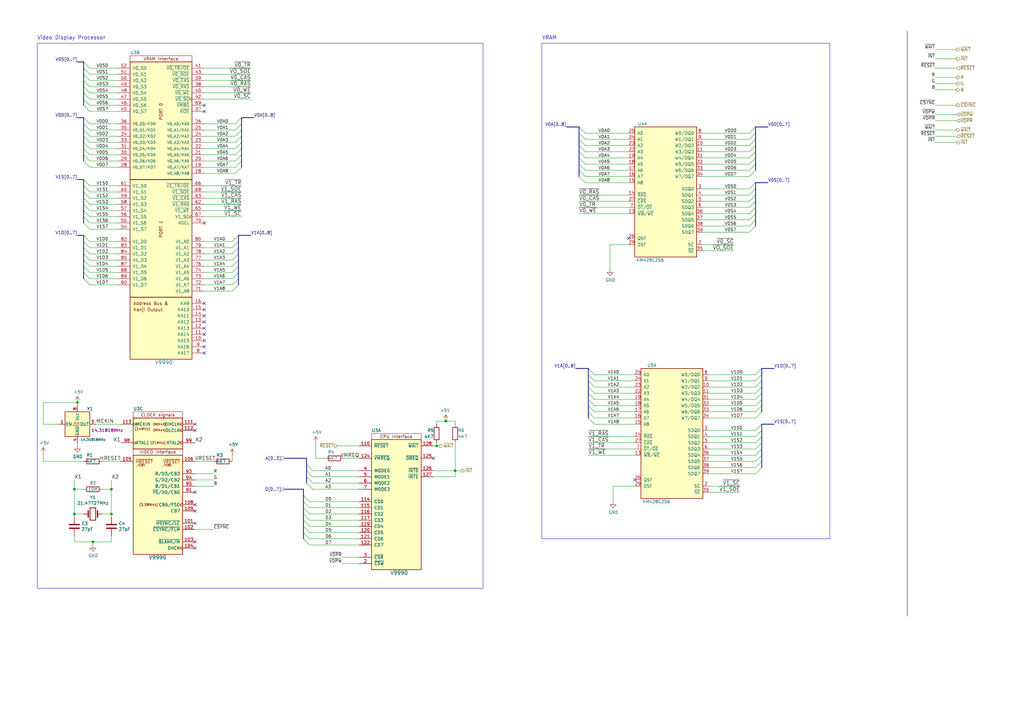
<source format=kicad_sch>
(kicad_sch (version 20230121) (generator eeschema)
  (paper "A3")
  (title_block (title "TRH9000") (date "2023-11-05") (rev "1.4") (company "The Retro Hacker") (comment 2 "Shared under CERN-OHL-S license") (comment 3 "TRH9000 - Open Source MSX Graphics Card based on the Yamaha V9990") (comment 4 "Designed  by: Cristiano Goncalves"))
  (junction (at 45.72 210.82))
  (junction (at 182.88 172.72))
  (junction (at 30.48 200.66))
  (junction (at 45.72 200.66))
  (junction (at 179.07 182.88))
  (junction (at 186.69 193.04))
  (junction (at 30.48 210.82))
  (junction (at 31.75 165.1))
  (junction (at 38.1 222.25))
  (no_connect (at 177.8 187.96))
  (no_connect (at 83.82 139.7))
  (no_connect (at 260.35 196.85))
  (no_connect (at 83.82 43.18))
  (no_connect (at 83.82 45.72))
  (no_connect (at 80.01 173.99))
  (no_connect (at 80.01 176.53))
  (no_connect (at 80.01 207.01))
  (no_connect (at 80.01 209.55))
  (no_connect (at 257.81 97.79))
  (no_connect (at 83.82 142.24))
  (no_connect (at 80.01 224.79))
  (no_connect (at 80.01 222.25))
  (no_connect (at 83.82 132.08))
  (no_connect (at 83.82 91.44))
  (no_connect (at 83.82 124.46))
  (no_connect (at 83.82 127))
  (no_connect (at 83.82 134.62))
  (no_connect (at 80.01 201.93))
  (no_connect (at 83.82 137.16))
  (no_connect (at 83.82 129.54))
  (no_connect (at 80.01 214.63))
  (no_connect (at 83.82 144.78))
  (bus_entry (at 34.29 78.74) (size 2.54 2.54))
  (bus_entry (at 34.29 83.82) (size 2.54 2.54))
  (bus_entry (at 124.46 205.74) (size 2.54 2.54))
  (bus_entry (at 241.3 166.37) (size 2.54 2.54))
  (bus_entry (at 124.46 218.44) (size 2.54 2.54))
  (bus_entry (at 312.42 168.91) (size -2.54 2.54))
  (bus_entry (at 309.88 64.77) (size -2.54 2.54))
  (bus_entry (at 312.42 163.83) (size -2.54 2.54))
  (bus_entry (at 312.42 166.37) (size -2.54 2.54))
  (bus_entry (at 99.06 68.58) (size -2.54 2.54))
  (bus_entry (at 312.42 161.29) (size -2.54 2.54))
  (bus_entry (at 312.42 191.77) (size -2.54 2.54))
  (bus_entry (at 124.46 203.2) (size 2.54 2.54))
  (bus_entry (at 241.3 171.45) (size 2.54 2.54))
  (bus_entry (at 312.42 151.13) (size -2.54 2.54))
  (bus_entry (at 309.88 85.09) (size -2.54 2.54))
  (bus_entry (at 34.29 104.14) (size 2.54 2.54))
  (bus_entry (at 309.88 82.55) (size -2.54 2.54))
  (bus_entry (at 241.3 156.21) (size 2.54 2.54))
  (bus_entry (at 97.79 114.3) (size -2.54 2.54))
  (bus_entry (at 97.79 109.22) (size -2.54 2.54))
  (bus_entry (at 34.29 30.48) (size 2.54 2.54))
  (bus_entry (at 309.88 77.47) (size -2.54 2.54))
  (bus_entry (at 34.29 40.64) (size 2.54 2.54))
  (bus_entry (at 99.06 53.34) (size -2.54 2.54))
  (bus_entry (at 34.29 43.18) (size 2.54 2.54))
  (bus_entry (at 34.29 101.6) (size 2.54 2.54))
  (bus_entry (at 34.29 99.06) (size 2.54 2.54))
  (bus_entry (at 309.88 67.31) (size -2.54 2.54))
  (bus_entry (at 309.88 90.17) (size -2.54 2.54))
  (bus_entry (at 241.3 163.83) (size 2.54 2.54))
  (bus_entry (at 237.49 72.39) (size 2.54 2.54))
  (bus_entry (at 34.29 58.42) (size 2.54 2.54))
  (bus_entry (at 34.29 91.44) (size 2.54 2.54))
  (bus_entry (at 237.49 52.07) (size 2.54 2.54))
  (bus_entry (at 309.88 59.69) (size -2.54 2.54))
  (bus_entry (at 241.3 161.29) (size 2.54 2.54))
  (bus_entry (at 309.88 87.63) (size -2.54 2.54))
  (bus_entry (at 125.73 198.12) (size 2.54 2.54))
  (bus_entry (at 241.3 151.13) (size 2.54 2.54))
  (bus_entry (at 34.29 25.4) (size 2.54 2.54))
  (bus_entry (at 237.49 59.69) (size 2.54 2.54))
  (bus_entry (at 312.42 181.61) (size -2.54 2.54))
  (bus_entry (at 125.73 193.04) (size 2.54 2.54))
  (bus_entry (at 99.06 58.42) (size -2.54 2.54))
  (bus_entry (at 309.88 80.01) (size -2.54 2.54))
  (bus_entry (at 34.29 53.34) (size 2.54 2.54))
  (bus_entry (at 97.79 101.6) (size -2.54 2.54))
  (bus_entry (at 309.88 62.23) (size -2.54 2.54))
  (bus_entry (at 34.29 50.8) (size 2.54 2.54))
  (bus_entry (at 312.42 179.07) (size -2.54 2.54))
  (bus_entry (at 309.88 54.61) (size -2.54 2.54))
  (bus_entry (at 99.06 66.04) (size -2.54 2.54))
  (bus_entry (at 34.29 60.96) (size 2.54 2.54))
  (bus_entry (at 34.29 63.5) (size 2.54 2.54))
  (bus_entry (at 34.29 38.1) (size 2.54 2.54))
  (bus_entry (at 34.29 35.56) (size 2.54 2.54))
  (bus_entry (at 34.29 48.26) (size 2.54 2.54))
  (bus_entry (at 237.49 62.23) (size 2.54 2.54))
  (bus_entry (at 309.88 92.71) (size -2.54 2.54))
  (bus_entry (at 309.88 52.07) (size -2.54 2.54))
  (bus_entry (at 237.49 69.85) (size 2.54 2.54))
  (bus_entry (at 125.73 190.5) (size 2.54 2.54))
  (bus_entry (at 97.79 96.52) (size -2.54 2.54))
  (bus_entry (at 99.06 63.5) (size -2.54 2.54))
  (bus_entry (at 34.29 27.94) (size 2.54 2.54))
  (bus_entry (at 99.06 48.26) (size -2.54 2.54))
  (bus_entry (at 124.46 215.9) (size 2.54 2.54))
  (bus_entry (at 97.79 99.06) (size -2.54 2.54))
  (bus_entry (at 124.46 210.82) (size 2.54 2.54))
  (bus_entry (at 99.06 60.96) (size -2.54 2.54))
  (bus_entry (at 241.3 168.91) (size 2.54 2.54))
  (bus_entry (at 124.46 213.36) (size 2.54 2.54))
  (bus_entry (at 312.42 153.67) (size -2.54 2.54))
  (bus_entry (at 34.29 55.88) (size 2.54 2.54))
  (bus_entry (at 34.29 76.2) (size 2.54 2.54))
  (bus_entry (at 34.29 106.68) (size 2.54 2.54))
  (bus_entry (at 241.3 158.75) (size 2.54 2.54))
  (bus_entry (at 312.42 156.21) (size -2.54 2.54))
  (bus_entry (at 97.79 116.84) (size -2.54 2.54))
  (bus_entry (at 237.49 64.77) (size 2.54 2.54))
  (bus_entry (at 312.42 189.23) (size -2.54 2.54))
  (bus_entry (at 309.88 74.93) (size -2.54 2.54))
  (bus_entry (at 97.79 104.14) (size -2.54 2.54))
  (bus_entry (at 237.49 67.31) (size 2.54 2.54))
  (bus_entry (at 124.46 208.28) (size 2.54 2.54))
  (bus_entry (at 312.42 173.99) (size -2.54 2.54))
  (bus_entry (at 125.73 195.58) (size 2.54 2.54))
  (bus_entry (at 34.29 109.22) (size 2.54 2.54))
  (bus_entry (at 34.29 73.66) (size 2.54 2.54))
  (bus_entry (at 241.3 153.67) (size 2.54 2.54))
  (bus_entry (at 312.42 158.75) (size -2.54 2.54))
  (bus_entry (at 312.42 186.69) (size -2.54 2.54))
  (bus_entry (at 124.46 220.98) (size 2.54 2.54))
  (bus_entry (at 99.06 50.8) (size -2.54 2.54))
  (bus_entry (at 34.29 33.02) (size 2.54 2.54))
  (bus_entry (at 97.79 111.76) (size -2.54 2.54))
  (bus_entry (at 34.29 86.36) (size 2.54 2.54))
  (bus_entry (at 309.88 57.15) (size -2.54 2.54))
  (bus_entry (at 34.29 66.04) (size 2.54 2.54))
  (bus_entry (at 312.42 176.53) (size -2.54 2.54))
  (bus_entry (at 237.49 57.15) (size 2.54 2.54))
  (bus_entry (at 34.29 114.3) (size 2.54 2.54))
  (bus_entry (at 34.29 96.52) (size 2.54 2.54))
  (bus_entry (at 309.88 69.85) (size -2.54 2.54))
  (bus_entry (at 97.79 106.68) (size -2.54 2.54))
  (bus_entry (at 312.42 184.15) (size -2.54 2.54))
  (bus_entry (at 237.49 54.61) (size 2.54 2.54))
  (bus_entry (at 34.29 81.28) (size 2.54 2.54))
  (bus_entry (at 99.06 55.88) (size -2.54 2.54))
  (bus_entry (at 34.29 88.9) (size 2.54 2.54))
  (bus_entry (at 34.29 111.76) (size 2.54 2.54))
  (bus (pts (xy 97.79 99.06) (xy 97.79 101.6)))
  (wire (pts (xy 240.03 74.93) (xy 257.81 74.93)))
  (wire (pts (xy 383.54 36.83) (xy 392.43 36.83)))
  (wire (pts (xy 30.48 210.82) (xy 30.48 212.09)))
  (wire (pts (xy 87.63 217.17) (xy 80.01 217.17)))
  (bus (pts (xy 124.46 215.9) (xy 124.46 218.44)))
  (bus (pts (xy 312.42 181.61) (xy 312.42 184.15)))
  (wire (pts (xy 38.1 223.52) (xy 38.1 222.25)))
  (wire (pts (xy 30.48 219.71) (xy 30.48 222.25)))
  (wire (pts (xy 243.84 171.45) (xy 260.35 171.45)))
  (wire (pts (xy 240.03 54.61) (xy 257.81 54.61)))
  (wire (pts (xy 48.26 83.82) (xy 36.83 83.82)))
  (wire (pts (xy 288.29 57.15) (xy 307.34 57.15)))
  (bus (pts (xy 241.3 163.83) (xy 241.3 166.37)))
  (wire (pts (xy 31.75 182.88) (xy 31.75 181.61)))
  (wire (pts (xy 138.43 182.88) (xy 147.32 182.88)))
  (bus (pts (xy 237.49 52.07) (xy 237.49 54.61)))
  (bus (pts (xy 124.46 208.28) (xy 124.46 210.82)))
  (wire (pts (xy 48.26 55.88) (xy 36.83 55.88)))
  (wire (pts (xy 83.82 114.3) (xy 95.25 114.3)))
  (wire (pts (xy 48.26 50.8) (xy 36.83 50.8)))
  (wire (pts (xy 127 210.82) (xy 147.32 210.82)))
  (bus (pts (xy 34.29 50.8) (xy 34.29 53.34)))
  (wire (pts (xy 383.54 46.99) (xy 392.43 46.99)))
  (wire (pts (xy 179.07 181.61) (xy 179.07 182.88)))
  (polyline (pts (xy 372.11 12.7) (xy 372.11 252.73)))
  (wire (pts (xy 186.69 195.58) (xy 186.69 193.04)))
  (wire (pts (xy 383.54 55.88) (xy 392.43 55.88)))
  (bus (pts (xy 237.49 62.23) (xy 237.49 64.77)))
  (wire (pts (xy 48.26 78.74) (xy 36.83 78.74)))
  (wire (pts (xy 290.83 176.53) (xy 309.88 176.53)))
  (wire (pts (xy 288.29 59.69) (xy 307.34 59.69)))
  (bus (pts (xy 309.88 77.47) (xy 309.88 80.01)))
  (polyline (pts (xy 222.25 220.98) (xy 340.36 220.98)))
  (bus (pts (xy 99.06 48.26) (xy 99.06 50.8)))
  (bus (pts (xy 124.46 218.44) (xy 124.46 220.98)))
  (wire (pts (xy 83.82 40.64) (xy 102.87 40.64)))
  (bus (pts (xy 99.06 55.88) (xy 99.06 58.42)))
  (bus (pts (xy 97.79 106.68) (xy 97.79 109.22)))
  (wire (pts (xy 102.87 38.1) (xy 83.82 38.1)))
  (wire (pts (xy 99.06 76.2) (xy 83.82 76.2)))
  (wire (pts (xy 48.26 33.02) (xy 36.83 33.02)))
  (bus (pts (xy 309.88 87.63) (xy 309.88 90.17)))
  (bus (pts (xy 241.3 151.13) (xy 241.3 153.67)))
  (bus (pts (xy 309.88 80.01) (xy 309.88 82.55)))
  (wire (pts (xy 179.07 172.72) (xy 179.07 173.99)))
  (wire (pts (xy 290.83 184.15) (xy 309.88 184.15)))
  (wire (pts (xy 48.26 27.94) (xy 36.83 27.94)))
  (bus (pts (xy 312.42 173.99) (xy 312.42 176.53)))
  (wire (pts (xy 288.29 54.61) (xy 307.34 54.61)))
  (wire (pts (xy 288.29 77.47) (xy 307.34 77.47)))
  (wire (pts (xy 45.72 200.66) (xy 45.72 210.82)))
  (bus (pts (xy 241.3 161.29) (xy 241.3 163.83)))
  (polyline (pts (xy 340.36 220.98) (xy 340.36 17.78)))
  (wire (pts (xy 127 215.9) (xy 147.32 215.9)))
  (wire (pts (xy 87.63 194.31) (xy 80.01 194.31)))
  (wire (pts (xy 288.29 100.33) (xy 300.99 100.33)))
  (wire (pts (xy 128.27 195.58) (xy 147.32 195.58)))
  (bus (pts (xy 34.29 86.36) (xy 34.29 88.9)))
  (wire (pts (xy 127 218.44) (xy 147.32 218.44)))
  (bus (pts (xy 97.79 104.14) (xy 97.79 106.68)))
  (wire (pts (xy 99.06 86.36) (xy 83.82 86.36)))
  (bus (pts (xy 34.29 53.34) (xy 34.29 55.88)))
  (wire (pts (xy 99.06 81.28) (xy 83.82 81.28)))
  (bus (pts (xy 312.42 163.83) (xy 312.42 166.37)))
  (wire (pts (xy 83.82 116.84) (xy 95.25 116.84)))
  (bus (pts (xy 34.29 25.4) (xy 34.29 27.94)))
  (bus (pts (xy 34.29 88.9) (xy 34.29 91.44)))
  (bus (pts (xy 312.42 186.69) (xy 312.42 189.23)))
  (bus (pts (xy 97.79 114.3) (xy 97.79 116.84)))
  (wire (pts (xy 99.06 83.82) (xy 83.82 83.82)))
  (bus (pts (xy 309.88 62.23) (xy 309.88 64.77)))
  (wire (pts (xy 30.48 222.25) (xy 38.1 222.25)))
  (bus (pts (xy 237.49 67.31) (xy 237.49 69.85)))
  (wire (pts (xy 48.26 63.5) (xy 36.83 63.5)))
  (wire (pts (xy 240.03 59.69) (xy 257.81 59.69)))
  (bus (pts (xy 309.88 82.55) (xy 309.88 85.09)))
  (wire (pts (xy 383.54 24.13) (xy 392.43 24.13)))
  (wire (pts (xy 48.26 91.44) (xy 36.83 91.44)))
  (bus (pts (xy 34.29 81.28) (xy 34.29 83.82)))
  (wire (pts (xy 129.54 187.96) (xy 133.35 187.96)))
  (wire (pts (xy 83.82 58.42) (xy 96.52 58.42)))
  (wire (pts (xy 288.29 102.87) (xy 300.99 102.87)))
  (polyline (pts (xy 15.24 17.78) (xy 198.12 17.78)))
  (wire (pts (xy 127 205.74) (xy 147.32 205.74)))
  (wire (pts (xy 102.87 27.94) (xy 83.82 27.94)))
  (wire (pts (xy 240.03 67.31) (xy 257.81 67.31)))
  (wire (pts (xy 48.26 60.96) (xy 36.83 60.96)))
  (wire (pts (xy 48.26 114.3) (xy 36.83 114.3)))
  (bus (pts (xy 34.29 35.56) (xy 34.29 38.1)))
  (bus (pts (xy 309.88 57.15) (xy 309.88 59.69)))
  (bus (pts (xy 34.29 73.66) (xy 31.75 73.66)))
  (wire (pts (xy 83.82 66.04) (xy 96.52 66.04)))
  (wire (pts (xy 48.26 104.14) (xy 36.83 104.14)))
  (bus (pts (xy 312.42 151.13) (xy 317.5 151.13)))
  (bus (pts (xy 34.29 76.2) (xy 34.29 78.74)))
  (wire (pts (xy 83.82 68.58) (xy 96.52 68.58)))
  (bus (pts (xy 97.79 111.76) (xy 97.79 114.3)))
  (bus (pts (xy 241.3 153.67) (xy 241.3 156.21)))
  (bus (pts (xy 241.3 166.37) (xy 241.3 168.91)))
  (wire (pts (xy 257.81 87.63) (xy 237.49 87.63)))
  (wire (pts (xy 288.29 64.77) (xy 307.34 64.77)))
  (bus (pts (xy 99.06 53.34) (xy 99.06 55.88)))
  (wire (pts (xy 140.97 187.96) (xy 147.32 187.96)))
  (wire (pts (xy 48.26 45.72) (xy 36.83 45.72)))
  (wire (pts (xy 48.26 76.2) (xy 36.83 76.2)))
  (bus (pts (xy 312.42 189.23) (xy 312.42 191.77)))
  (wire (pts (xy 30.48 200.66) (xy 30.48 210.82)))
  (wire (pts (xy 290.83 163.83) (xy 309.88 163.83)))
  (bus (pts (xy 312.42 176.53) (xy 312.42 179.07)))
  (wire (pts (xy 383.54 49.53) (xy 392.43 49.53)))
  (wire (pts (xy 177.8 193.04) (xy 186.69 193.04)))
  (bus (pts (xy 34.29 96.52) (xy 34.29 99.06)))
  (bus (pts (xy 34.29 58.42) (xy 34.29 60.96)))
  (wire (pts (xy 243.84 153.67) (xy 260.35 153.67)))
  (wire (pts (xy 129.54 181.61) (xy 129.54 187.96)))
  (wire (pts (xy 83.82 30.48) (xy 102.87 30.48)))
  (wire (pts (xy 288.29 80.01) (xy 307.34 80.01)))
  (wire (pts (xy 290.83 166.37) (xy 309.88 166.37)))
  (bus (pts (xy 124.46 205.74) (xy 124.46 208.28)))
  (wire (pts (xy 34.29 200.66) (xy 30.48 200.66)))
  (wire (pts (xy 45.72 222.25) (xy 45.72 219.71)))
  (bus (pts (xy 34.29 48.26) (xy 34.29 50.8)))
  (bus (pts (xy 309.88 59.69) (xy 309.88 62.23)))
  (wire (pts (xy 243.84 168.91) (xy 260.35 168.91)))
  (wire (pts (xy 250.19 100.33) (xy 257.81 100.33)))
  (bus (pts (xy 97.79 101.6) (xy 97.79 104.14)))
  (wire (pts (xy 48.26 38.1) (xy 36.83 38.1)))
  (wire (pts (xy 48.26 66.04) (xy 36.83 66.04)))
  (bus (pts (xy 34.29 30.48) (xy 34.29 33.02)))
  (wire (pts (xy 290.83 191.77) (xy 309.88 191.77)))
  (bus (pts (xy 312.42 156.21) (xy 312.42 158.75)))
  (bus (pts (xy 34.29 96.52) (xy 31.75 96.52)))
  (wire (pts (xy 240.03 57.15) (xy 257.81 57.15)))
  (wire (pts (xy 260.35 179.07) (xy 241.3 179.07)))
  (wire (pts (xy 260.35 181.61) (xy 241.3 181.61)))
  (bus (pts (xy 241.3 158.75) (xy 241.3 161.29)))
  (wire (pts (xy 83.82 78.74) (xy 99.06 78.74)))
  (wire (pts (xy 48.26 101.6) (xy 36.83 101.6)))
  (bus (pts (xy 99.06 66.04) (xy 99.06 68.58)))
  (polyline (pts (xy 222.25 17.78) (xy 222.25 220.98)))
  (wire (pts (xy 186.69 172.72) (xy 186.69 173.99)))
  (wire (pts (xy 41.91 210.82) (xy 45.72 210.82)))
  (wire (pts (xy 31.75 165.1) (xy 31.75 166.37)))
  (bus (pts (xy 312.42 153.67) (xy 312.42 156.21)))
  (wire (pts (xy 83.82 88.9) (xy 99.06 88.9)))
  (bus (pts (xy 312.42 166.37) (xy 312.42 168.91)))
  (wire (pts (xy 48.26 88.9) (xy 36.83 88.9)))
  (bus (pts (xy 99.06 58.42) (xy 99.06 60.96)))
  (bus (pts (xy 99.06 48.26) (xy 104.14 48.26)))
  (polyline (pts (xy 340.36 17.78) (xy 222.25 17.78)))
  (wire (pts (xy 288.29 82.55) (xy 307.34 82.55)))
  (wire (pts (xy 83.82 111.76) (xy 95.25 111.76)))
  (wire (pts (xy 30.48 196.85) (xy 30.48 200.66)))
  (wire (pts (xy 240.03 62.23) (xy 257.81 62.23)))
  (wire (pts (xy 240.03 64.77) (xy 257.81 64.77)))
  (wire (pts (xy 127 208.28) (xy 147.32 208.28)))
  (wire (pts (xy 290.83 194.31) (xy 309.88 194.31)))
  (bus (pts (xy 34.29 101.6) (xy 34.29 104.14)))
  (bus (pts (xy 34.29 104.14) (xy 34.29 106.68)))
  (wire (pts (xy 383.54 27.94) (xy 392.43 27.94)))
  (wire (pts (xy 243.84 166.37) (xy 260.35 166.37)))
  (bus (pts (xy 34.29 111.76) (xy 34.29 114.3)))
  (wire (pts (xy 290.83 158.75) (xy 309.88 158.75)))
  (wire (pts (xy 290.83 181.61) (xy 309.88 181.61)))
  (bus (pts (xy 99.06 60.96) (xy 99.06 63.5)))
  (bus (pts (xy 34.29 33.02) (xy 34.29 35.56)))
  (bus (pts (xy 237.49 54.61) (xy 237.49 57.15)))
  (wire (pts (xy 48.26 35.56) (xy 36.83 35.56)))
  (wire (pts (xy 128.27 200.66) (xy 147.32 200.66)))
  (wire (pts (xy 288.29 90.17) (xy 307.34 90.17)))
  (wire (pts (xy 288.29 67.31) (xy 307.34 67.31)))
  (bus (pts (xy 99.06 63.5) (xy 99.06 66.04)))
  (bus (pts (xy 34.29 48.26) (xy 31.75 48.26)))
  (wire (pts (xy 48.26 99.06) (xy 36.83 99.06)))
  (wire (pts (xy 48.26 116.84) (xy 36.83 116.84)))
  (bus (pts (xy 34.29 83.82) (xy 34.29 86.36)))
  (wire (pts (xy 260.35 184.15) (xy 241.3 184.15)))
  (wire (pts (xy 243.84 158.75) (xy 260.35 158.75)))
  (wire (pts (xy 288.29 72.39) (xy 307.34 72.39)))
  (bus (pts (xy 309.88 64.77) (xy 309.88 67.31)))
  (wire (pts (xy 140.208 228.6) (xy 147.32 228.6)))
  (wire (pts (xy 288.29 95.25) (xy 307.34 95.25)))
  (wire (pts (xy 83.82 60.96) (xy 96.52 60.96)))
  (bus (pts (xy 237.49 64.77) (xy 237.49 67.31)))
  (bus (pts (xy 34.29 63.5) (xy 34.29 66.04)))
  (wire (pts (xy 83.82 63.5) (xy 96.52 63.5)))
  (wire (pts (xy 83.82 119.38) (xy 95.25 119.38)))
  (wire (pts (xy 383.54 43.18) (xy 392.43 43.18)))
  (wire (pts (xy 288.29 87.63) (xy 307.34 87.63)))
  (wire (pts (xy 182.88 172.72) (xy 179.07 172.72)))
  (wire (pts (xy 182.88 172.72) (xy 186.69 172.72)))
  (bus (pts (xy 125.73 193.04) (xy 125.73 195.58)))
  (wire (pts (xy 83.82 55.88) (xy 96.52 55.88)))
  (bus (pts (xy 34.29 27.94) (xy 34.29 30.48)))
  (wire (pts (xy 87.63 196.85) (xy 80.01 196.85)))
  (wire (pts (xy 383.54 53.34) (xy 392.43 53.34)))
  (wire (pts (xy 17.78 173.99) (xy 24.13 173.99)))
  (wire (pts (xy 83.82 101.6) (xy 95.25 101.6)))
  (polyline (pts (xy 198.12 17.78) (xy 198.12 241.3)))
  (wire (pts (xy 290.83 201.93) (xy 303.53 201.93)))
  (wire (pts (xy 87.63 199.39) (xy 80.01 199.39)))
  (bus (pts (xy 34.29 73.66) (xy 34.29 76.2)))
  (bus (pts (xy 99.06 50.8) (xy 99.06 53.34)))
  (wire (pts (xy 177.8 182.88) (xy 179.07 182.88)))
  (wire (pts (xy 128.27 198.12) (xy 147.32 198.12)))
  (wire (pts (xy 243.84 161.29) (xy 260.35 161.29)))
  (wire (pts (xy 179.07 182.88) (xy 180.34 182.88)))
  (wire (pts (xy 48.26 109.22) (xy 36.83 109.22)))
  (bus (pts (xy 312.42 158.75) (xy 312.42 161.29)))
  (wire (pts (xy 290.83 199.39) (xy 303.53 199.39)))
  (wire (pts (xy 383.54 20.32) (xy 392.43 20.32)))
  (wire (pts (xy 186.69 193.04) (xy 189.23 193.04)))
  (bus (pts (xy 97.79 96.52) (xy 102.87 96.52)))
  (wire (pts (xy 83.82 106.68) (xy 95.25 106.68)))
  (wire (pts (xy 45.72 210.82) (xy 45.72 212.09)))
  (bus (pts (xy 34.29 60.96) (xy 34.29 63.5)))
  (wire (pts (xy 34.29 210.82) (xy 30.48 210.82)))
  (wire (pts (xy 383.54 34.29) (xy 392.43 34.29)))
  (wire (pts (xy 102.87 33.02) (xy 83.82 33.02)))
  (wire (pts (xy 290.83 153.67) (xy 309.88 153.67)))
  (bus (pts (xy 312.42 173.99) (xy 317.5 173.99)))
  (wire (pts (xy 39.37 173.99) (xy 49.53 173.99)))
  (bus (pts (xy 312.42 179.07) (xy 312.42 181.61)))
  (wire (pts (xy 243.84 173.99) (xy 260.35 173.99)))
  (bus (pts (xy 309.88 74.93) (xy 314.96 74.93)))
  (bus (pts (xy 125.73 187.96) (xy 125.73 190.5)))
  (bus (pts (xy 241.3 151.13) (xy 236.22 151.13)))
  (wire (pts (xy 80.01 189.23) (xy 87.63 189.23)))
  (wire (pts (xy 83.82 71.12) (xy 96.52 71.12)))
  (wire (pts (xy 48.26 40.64) (xy 36.83 40.64)))
  (wire (pts (xy 140.208 231.14) (xy 147.32 231.14)))
  (wire (pts (xy 83.82 53.34) (xy 96.52 53.34)))
  (polyline (pts (xy 15.24 17.78) (xy 15.24 241.3)))
  (wire (pts (xy 38.1 222.25) (xy 45.72 222.25)))
  (wire (pts (xy 83.82 109.22) (xy 95.25 109.22)))
  (bus (pts (xy 124.46 213.36) (xy 124.46 215.9)))
  (wire (pts (xy 288.29 62.23) (xy 307.34 62.23)))
  (wire (pts (xy 48.26 81.28) (xy 36.83 81.28)))
  (wire (pts (xy 288.29 69.85) (xy 307.34 69.85)))
  (wire (pts (xy 48.26 30.48) (xy 36.83 30.48)))
  (bus (pts (xy 309.88 52.07) (xy 314.96 52.07)))
  (bus (pts (xy 309.88 90.17) (xy 309.88 92.71)))
  (bus (pts (xy 34.29 109.22) (xy 34.29 111.76)))
  (wire (pts (xy 83.82 50.8) (xy 96.52 50.8)))
  (bus (pts (xy 124.46 200.66) (xy 124.46 203.2)))
  (wire (pts (xy 250.19 100.33) (xy 250.19 110.49)))
  (bus (pts (xy 97.79 96.52) (xy 97.79 99.06)))
  (wire (pts (xy 186.69 181.61) (xy 186.69 193.04)))
  (wire (pts (xy 17.78 165.1) (xy 17.78 173.99)))
  (bus (pts (xy 34.29 55.88) (xy 34.29 58.42)))
  (wire (pts (xy 48.26 111.76) (xy 36.83 111.76)))
  (wire (pts (xy 17.78 165.1) (xy 31.75 165.1)))
  (wire (pts (xy 383.54 58.42) (xy 392.43 58.42)))
  (wire (pts (xy 17.78 186.055) (xy 17.78 189.23)))
  (bus (pts (xy 309.88 67.31) (xy 309.88 69.85)))
  (wire (pts (xy 290.83 179.07) (xy 309.88 179.07)))
  (bus (pts (xy 34.29 78.74) (xy 34.29 81.28)))
  (wire (pts (xy 48.26 43.18) (xy 36.83 43.18)))
  (wire (pts (xy 257.81 85.09) (xy 237.49 85.09)))
  (wire (pts (xy 48.26 53.34) (xy 36.83 53.34)))
  (wire (pts (xy 17.78 189.23) (xy 34.29 189.23)))
  (bus (pts (xy 34.29 40.64) (xy 34.29 43.18)))
  (wire (pts (xy 290.83 171.45) (xy 309.88 171.45)))
  (wire (pts (xy 41.91 189.23) (xy 49.53 189.23)))
  (bus (pts (xy 241.3 168.91) (xy 241.3 171.45)))
  (wire (pts (xy 243.84 156.21) (xy 260.35 156.21)))
  (wire (pts (xy 290.83 189.23) (xy 309.88 189.23)))
  (bus (pts (xy 237.49 52.07) (xy 232.41 52.07)))
  (bus (pts (xy 309.88 54.61) (xy 309.88 57.15)))
  (bus (pts (xy 312.42 151.13) (xy 312.42 153.67)))
  (wire (pts (xy 83.82 99.06) (xy 95.25 99.06)))
  (bus (pts (xy 34.29 106.68) (xy 34.29 109.22)))
  (bus (pts (xy 237.49 69.85) (xy 237.49 72.39)))
  (bus (pts (xy 309.88 52.07) (xy 309.88 54.61)))
  (bus (pts (xy 309.88 74.93) (xy 309.88 77.47)))
  (bus (pts (xy 241.3 156.21) (xy 241.3 158.75)))
  (wire (pts (xy 48.26 58.42) (xy 36.83 58.42)))
  (wire (pts (xy 257.81 82.55) (xy 237.49 82.55)))
  (bus (pts (xy 125.73 190.5) (xy 125.73 193.04)))
  (bus (pts (xy 309.88 85.09) (xy 309.88 87.63)))
  (wire (pts (xy 290.83 161.29) (xy 309.88 161.29)))
  (wire (pts (xy 290.83 186.69) (xy 309.88 186.69)))
  (wire (pts (xy 240.03 72.39) (xy 257.81 72.39)))
  (bus (pts (xy 116.84 187.96) (xy 125.73 187.96)))
  (bus (pts (xy 125.73 195.58) (xy 125.73 198.12)))
  (wire (pts (xy 83.82 104.14) (xy 95.25 104.14)))
  (wire (pts (xy 260.35 186.69) (xy 241.3 186.69)))
  (wire (pts (xy 45.72 196.85) (xy 45.72 200.66)))
  (wire (pts (xy 257.81 80.01) (xy 237.49 80.01)))
  (bus (pts (xy 237.49 57.15) (xy 237.49 59.69)))
  (polyline (pts (xy 198.12 241.3) (xy 15.24 241.3)))
  (bus (pts (xy 124.46 203.2) (xy 124.46 205.74)))
  (wire (pts (xy 95.25 186.69) (xy 95.25 189.23)))
  (bus (pts (xy 34.29 99.06) (xy 34.29 101.6)))
  (wire (pts (xy 288.29 85.09) (xy 307.34 85.09)))
  (wire (pts (xy 128.27 193.04) (xy 147.32 193.04)))
  (bus (pts (xy 34.29 25.4) (xy 31.75 25.4)))
  (bus (pts (xy 124.46 200.66) (xy 116.84 200.66)))
  (wire (pts (xy 127 223.52) (xy 147.32 223.52)))
  (wire (pts (xy 251.46 199.39) (xy 260.35 199.39)))
  (bus (pts (xy 312.42 184.15) (xy 312.42 186.69)))
  (wire (pts (xy 127 213.36) (xy 147.32 213.36)))
  (wire (pts (xy 48.26 68.58) (xy 36.83 68.58)))
  (wire (pts (xy 48.26 86.36) (xy 36.83 86.36)))
  (wire (pts (xy 41.91 200.66) (xy 45.72 200.66)))
  (wire (pts (xy 48.26 93.98) (xy 36.83 93.98)))
  (bus (pts (xy 97.79 109.22) (xy 97.79 111.76)))
  (wire (pts (xy 290.83 156.21) (xy 309.88 156.21)))
  (bus (pts (xy 312.42 161.29) (xy 312.42 163.83)))
  (wire (pts (xy 102.87 35.56) (xy 83.82 35.56)))
  (wire (pts (xy 251.46 199.39) (xy 251.46 205.74)))
  (wire (pts (xy 243.84 163.83) (xy 260.35 163.83)))
  (wire (pts (xy 290.83 168.91) (xy 309.88 168.91)))
  (wire (pts (xy 48.26 106.68) (xy 36.83 106.68)))
  (wire (pts (xy 288.29 92.71) (xy 307.34 92.71)))
  (wire (pts (xy 177.8 195.58) (xy 186.69 195.58)))
  (bus (pts (xy 124.46 210.82) (xy 124.46 213.36)))
  (wire (pts (xy 127 220.98) (xy 147.32 220.98)))
  (wire (pts (xy 240.03 69.85) (xy 257.81 69.85)))
  (bus (pts (xy 237.49 59.69) (xy 237.49 62.23)))
  (bus (pts (xy 34.29 38.1) (xy 34.29 40.64)))
  (wire (pts (xy 383.54 31.75) (xy 392.43 31.75)))
  (text "VRAM" (at 222.25 16.51 0) (effects (font (size 1.524 1.524)) (justify left bottom)))
  (text "Video Display Processor" (at 15.24 16.51 0) (effects (font (size 1.524 1.524)) (justify left bottom)))
  (label "V0D3" (at 44.45 58.42 180))
  (label "~{V1_CAS}" (at 241.3 181.61 0) (effects (font (size 1.524 1.524))))
  (label "HRESET" (at 49.53 189.23 180) (effects (font (size 1.524 1.524))))
  (label "V0A2" (at 88.9 55.88 0))
  (label "V1A8" (at 254 173.99 180))
  (label "V0D4" (at 297.18 64.77 0))
  (label "V1S[0..7]" (at 317.5 173.99 0))
  (label "X2" (at 45.72 196.85 0) (effects (font (size 1.524 1.524))))
  (label "~{VDPW}" (at 383.54 46.99 180))
  (label "V0D1" (at 297.18 57.15 0))
  (label "~{VO_SOE}" (at 300.99 102.87 180) (effects (font (size 1.524 1.524))))
  (label "B" (at 383.54 36.83 180))
  (label "V0D1" (at 44.45 53.34 180))
  (label "~{V0_SC}" (at 102.87 40.64 180) (effects (font (size 1.524 1.524))))
  (label "V1D6" (at 44.45 114.3 180))
  (label "~{V1_WE}" (at 241.3 186.69 0) (effects (font (size 1.524 1.524))))
  (label "V0D6" (at 44.45 66.04 180))
  (label "~{V1_TR}" (at 99.06 76.2 180) (effects (font (size 1.524 1.524))))
  (label "V1S4" (at 44.45 86.36 180))
  (label "V0S5" (at 297.18 90.17 0))
  (label "G" (at 383.54 34.29 180))
  (label "A1" (at 133.35 195.58 0))
  (label "V1S2" (at 299.72 181.61 0))
  (label "V0S[0..7]" (at 314.96 74.93 0))
  (label "V0A2" (at 250.19 59.69 180))
  (label "V1A[0..8]" (at 236.22 151.13 180))
  (label "V0S4" (at 44.45 38.1 180))
  (label "V1A6" (at 254 168.91 180))
  (label "V1S3" (at 299.72 184.15 0))
  (label "V1A8" (at 87.63 119.38 0))
  (label "D1" (at 133.35 208.28 0))
  (label "V0D4" (at 44.45 60.96 180))
  (label "V1S7" (at 299.72 194.31 0))
  (label "V1D[0..7]" (at 317.5 151.13 0))
  (label "V1A1" (at 87.63 101.6 0))
  (label "A0" (at 133.35 193.04 0))
  (label "V0A3" (at 250.19 62.23 180))
  (label "V0D5" (at 297.18 67.31 0))
  (label "~{V1_RAS}" (at 241.3 179.07 0) (effects (font (size 1.524 1.524))))
  (label "MCKIN" (at 39.37 173.99 0) (effects (font (size 1.524 1.524))))
  (label "V1A0" (at 87.63 99.06 0))
  (label "V0A0" (at 250.19 54.61 180))
  (label "V1S0" (at 44.45 76.2 180))
  (label "V1A[0..8]" (at 102.87 96.52 0))
  (label "~{V0_TR}" (at 237.49 85.09 0) (effects (font (size 1.524 1.524))))
  (label "V0S1" (at 44.45 30.48 180))
  (label "V0D3" (at 297.18 62.23 0))
  (label "V0A4" (at 88.9 60.96 0))
  (label "V1D3" (at 299.72 161.29 0))
  (label "V0A0" (at 88.9 50.8 0))
  (label "V1A2" (at 254 158.75 180))
  (label "V0S3" (at 44.45 35.56 180))
  (label "V0A6" (at 88.9 66.04 0))
  (label "V1A4" (at 254 163.83 180))
  (label "~{VDPR}" (at 383.54 49.53 180))
  (label "~{V1_WE}" (at 99.06 86.36 180) (effects (font (size 1.524 1.524))))
  (label "V0D5" (at 44.45 63.5 180))
  (label "V0D7" (at 44.45 68.58 180))
  (label "V0S3" (at 297.18 85.09 0))
  (label "V0A8" (at 88.9 71.12 0))
  (label "R" (at 383.54 31.75 180))
  (label "V0S2" (at 297.18 82.55 0))
  (label "V0D[0..7]" (at 314.96 52.07 0))
  (label "D5" (at 133.35 218.44 0))
  (label "V1D1" (at 299.72 156.21 0))
  (label "~{V0_CAS}" (at 237.49 82.55 0) (effects (font (size 1.524 1.524))))
  (label "V0S6" (at 44.45 43.18 180))
  (label "V1D2" (at 299.72 158.75 0))
  (label "~{V0_RAS}" (at 237.49 80.01 0) (effects (font (size 1.524 1.524))))
  (label "V1D1" (at 44.45 101.6 180))
  (label "X1" (at 30.48 196.85 0) (effects (font (size 1.524 1.524))))
  (label "V0D[0..7]" (at 31.75 48.26 180))
  (label "V1S5" (at 299.72 189.23 0))
  (label "V1A0" (at 254 153.67 180))
  (label "V1D5" (at 44.45 111.76 180))
  (label "~{WAIT}" (at 383.54 20.32 180))
  (label "D0" (at 133.35 205.74 0))
  (label "V1D5" (at 299.72 166.37 0))
  (label "~{V0_RAS}" (at 102.87 35.56 180) (effects (font (size 1.524 1.524))))
  (label "A2" (at 133.35 198.12 0))
  (label "V0S5" (at 44.45 40.64 180))
  (label "V0A5" (at 88.9 63.5 0))
  (label "V1D4" (at 299.72 163.83 0))
  (label "V1A1" (at 254 156.21 180))
  (label "V0S[0..7]" (at 31.75 25.4 180))
  (label "V0A6" (at 250.19 69.85 180))
  (label "V1S6" (at 299.72 191.77 0))
  (label "V0S1" (at 297.18 80.01 0))
  (label "~{V0_WE}" (at 102.87 38.1 180) (effects (font (size 1.524 1.524))))
  (label "V1A4" (at 87.63 109.22 0))
  (label "~{V1_RAS}" (at 99.06 83.82 180) (effects (font (size 1.524 1.524))))
  (label "X1" (at 49.53 181.61 180) (effects (font (size 1.524 1.524))))
  (label "~{VDPW}" (at 140.208 231.14 180))
  (label "V1D4" (at 44.45 109.22 180))
  (label "G" (at 87.63 196.85 0))
  (label "~{INT}" (at 383.54 58.42 180))
  (label "V1S1" (at 44.45 78.74 180))
  (label "A3" (at 133.35 200.66 0))
  (label "V0A1" (at 88.9 53.34 0))
  (label "D3" (at 133.35 213.36 0))
  (label "V0A[0..8]" (at 104.14 48.26 0))
  (label "V1D0" (at 44.45 99.06 180))
  (label "V1A5" (at 87.63 111.76 0))
  (label "V1D7" (at 44.45 116.84 180))
  (label "~{V0_TR}" (at 102.87 27.94 180) (effects (font (size 1.524 1.524))))
  (label "V1S2" (at 44.45 81.28 180))
  (label "X2" (at 80.01 181.61 0) (effects (font (size 1.524 1.524))))
  (label "V0A5" (at 250.19 67.31 180))
  (label "VRESET" (at 80.01 189.23 0) (effects (font (size 1.524 1.524))))
  (label "V0A[0..8]" (at 232.41 52.07 180))
  (label "V0S4" (at 297.18 87.63 0))
  (label "~{V1_SOE}" (at 303.53 201.93 180) (effects (font (size 1.524 1.524))))
  (label "~{RESET}" (at 383.54 27.94 180))
  (label "~{V1_CAS}" (at 99.06 81.28 180) (effects (font (size 1.524 1.524))))
  (label "V1D6" (at 299.72 168.91 0))
  (label "V0S6" (at 297.18 92.71 0))
  (label "~{RESET}" (at 383.54 55.88 180))
  (label "V0S0" (at 297.18 77.47 0))
  (label "V1S4" (at 299.72 186.69 0))
  (label "V1A7" (at 87.63 116.84 0))
  (label "V0A3" (at 88.9 58.42 0))
  (label "V1A5" (at 254 166.37 180))
  (label "~{V0_WE}" (at 237.49 87.63 0) (effects (font (size 1.524 1.524))))
  (label "V0D2" (at 297.18 59.69 0))
  (label "~{V1_TR}" (at 241.3 184.15 0) (effects (font (size 1.524 1.524))))
  (label "V1S0" (at 299.72 176.53 0))
  (label "V0S2" (at 44.45 33.02 180))
  (label "~{WAIT}" (at 383.54 53.34 180))
  (label "D4" (at 133.35 215.9 0))
  (label "V0A7" (at 88.9 68.58 0))
  (label "V1S6" (at 44.45 91.44 180))
  (label "V0D0" (at 44.45 50.8 180))
  (label "V1A7" (at 254 171.45 180))
  (label "V1D2" (at 44.45 104.14 180))
  (label "~{INT}" (at 383.54 24.13 180))
  (label "V0S7" (at 297.18 95.25 0))
  (label "~{VO_SOE}" (at 102.87 30.48 180) (effects (font (size 1.524 1.524))))
  (label "V0D6" (at 297.18 69.85 0))
  (label "V1S3" (at 44.45 83.82 180))
  (label "~{V1_SOE}" (at 99.06 78.74 180) (effects (font (size 1.524 1.524))))
  (label "~{V1_SC}" (at 99.06 88.9 180) (effects (font (size 1.524 1.524))))
  (label "D7" (at 133.35 223.52 0))
  (label "~{CSYNC}" (at 383.54 43.18 180))
  (label "V1D3" (at 44.45 106.68 180))
  (label "V1A2" (at 87.63 104.14 0))
  (label "~{CSYNC}" (at 87.63 217.17 0))
  (label "V0A4" (at 250.19 64.77 180))
  (label "~{V1_SC}" (at 303.53 199.39 180) (effects (font (size 1.524 1.524))))
  (label "R" (at 87.63 194.31 0))
  (label "V1D7" (at 299.72 171.45 0))
  (label "V1A3" (at 87.63 106.68 0))
  (label "V0S7" (at 44.45 45.72 180))
  (label "D2" (at 133.35 210.82 0))
  (label "V0S0" (at 44.45 27.94 180))
  (label "D6" (at 133.35 220.98 0))
  (label "V1S[0..7]" (at 31.75 73.66 180))
  (label "B" (at 87.63 199.39 0))
  (label "~{VDPR}" (at 140.208 228.6 180))
  (label "V0D7" (at 297.18 72.39 0))
  (label "V0D0" (at 297.18 54.61 0))
  (label "V1D[0..7]" (at 31.75 96.52 180))
  (label "V0A1" (at 250.19 57.15 180))
  (label "~{V0_CAS}" (at 102.87 33.02 180) (effects (font (size 1.524 1.524))))
  (label "VMREQ" (at 147.32 187.96 180) (effects (font (size 1.524 1.524))))
  (label "~{V0_SC}" (at 300.99 100.33 180) (effects (font (size 1.524 1.524))))
  (label "V0A8" (at 250.19 74.93 180))
  (label "V1S7" (at 44.45 93.98 180))
  (label "V0A7" (at 250.19 72.39 180))
  (label "V0D2" (at 44.45 55.88 180))
  (label "V1S1" (at 299.72 179.07 0))
  (label "V1S5" (at 44.45 88.9 180))
  (label "V1A6" (at 87.63 114.3 0))
  (label "V1D0" (at 299.72 153.67 0))
  (label "V1A3" (at 254 161.29 180))
  (hierarchical_label "G" (shape output) (at 392.43 34.29 0))
  (hierarchical_label "~{VDPR}" (shape input) (at 392.43 49.53 0))
  (hierarchical_label "B" (shape output) (at 392.43 36.83 0))
  (hierarchical_label "~{VDPW}" (shape input) (at 392.43 46.99 0))
  (hierarchical_label "R" (shape output) (at 392.43 31.75 0))
  (hierarchical_label "~{INT}" (shape output) (at 392.43 58.42 0))
  (hierarchical_label "D[0..7]" (shape bidirectional) (at 116.84 200.66 180))
  (hierarchical_label "~{WAIT}" (shape output) (at 180.34 182.88 0))
  (hierarchical_label "~{WAIT}" (shape output) (at 392.43 20.32 0))
  (hierarchical_label "~{INT}" (shape output) (at 189.23 193.04 0))
  (hierarchical_label "A[0..3]" (shape input) (at 116.84 187.96 180))
  (hierarchical_label "~{WAIT}" (shape output) (at 392.43 53.34 0))
  (hierarchical_label "~{RESET}" (shape input) (at 392.43 55.88 0))
  (hierarchical_label "~{RESET}" (shape input) (at 392.43 27.94 0))
  (hierarchical_label "~{RESET}" (shape input) (at 138.43 182.88 180))
  (hierarchical_label "~{CSYNC}" (shape output) (at 392.43 43.18 0))
  (hierarchical_label "~{INT}" (shape output) (at 392.43 24.13 0))
  (symbol (lib_id "power:+5V") (at 95.25 186.69 0) (unit 1)
    (property "Reference" "#PWR07" (effects hide))
    (property "Value" "+5V" (at 95.631 182.2958 0))
  )
  (symbol (lib_id "power:+5V") (at 182.88 172.72 0) (mirror y) (unit 1)
    (property "Reference" "#PWR09" (effects hide))
    (property "Value" "+5V" (at 182.499 168.3258 0))
  )
  (symbol (lib_id "power:+5V") (at 17.78 186.055 0) (unit 1)
    (property "Reference" "#PWR03" (effects hide))
    (property "Value" "+5V" (at 18.161 181.6608 0))
  )
  (symbol (lib_id "Device:C") (at 45.72 215.9 0) (unit 1)
    (property "Reference" "C4" (at 48.641 214.7316 0) (effects (justify left)))
    (property "Value" "27pF" (at 48.641 217.043 0) (effects (justify left)))
    (property "Footprint" "Capacitor_SMD:C_0805_2012Metric" (effects hide))
  )
  (symbol (lib_name "KM428C256_1") (lib_id "TRH9000:KM428C256") (at 273.05 74.93 0) (unit 1)
    (property "Reference" "U4" (at 261.62 50.8 0) (effects (justify left)))
    (property "Value" "KM428C256" (at 266.7 106.68 0))
    (property "Footprint" "trh9000:SOJ-40_400mil" (effects hide))
    (property "Datasheet" "https://pdf1.alldatasheet.com/datasheet-pdf/view/129863/SAMSUNG/KM428C256.html" (effects hide))
    (property "Status" "OBSOLETE" (effects hide))
    (property "Manufacturer" "Samsung Electronics Inc." (effects hide))
  )
  (symbol (lib_id "Device:Crystal") (at 38.1 210.82 0) (unit 1)
    (property "Reference" "Y1" (at 38.1 204.0128 0))
    (property "Value" "21.47727Mhz" (at 38.1 206.3242 0))
    (property "Footprint" "Crystal:Crystal_HC49-U_Vertical" (effects hide))
  )
  (symbol (lib_id "power:+5V") (at 31.75 165.1 0) (unit 1)
    (property "Reference" "#PWR04" (effects hide))
    (property "Value" "+5V" (at 32.131 160.7058 0))
  )
  (symbol (lib_id "Oscillator:CXO_DIP8") (at 31.75 173.99 0) (unit 1)
    (property "Reference" "X1" (at 35.56 167.64 0) (effects (justify left)))
    (property "Value" "14.31818MHz " (at 33.02 180.34 0) (effects (font (size 1 1)) (justify left)))
    (property "Footprint" "Oscillator:Oscillator_DIP-8" (effects hide))
    (property "Datasheet" "http://cdn-reichelt.de/documents/datenblatt/B400/OSZI.pdf" (effects hide))
    (property "Frequency" "14.31818MHz " (at 44.45 176.53 0))
    (property "Manufacturer" "Crystek Corporation" (effects hide))
    (property "MPN" "CE3291-14.318180" (effects hide))
  )
  (symbol (lib_id "Device:C") (at 30.48 215.9 0) (unit 1)
    (property "Reference" "C3" (at 33.401 214.7316 0) (effects (justify left)))
    (property "Value" "27pF" (at 33.401 217.043 0) (effects (justify left)))
    (property "Footprint" "Capacitor_SMD:C_0805_2012Metric" (effects hide))
  )
  (symbol (lib_id "Device:R") (at 186.69 177.8 0) (mirror y) (unit 1)
    (property "Reference" "R6" (at 190.5 176.53 0) (effects (justify left)))
    (property "Value" "4K7" (at 191.77 179.07 0) (effects (justify left)))
    (property "Footprint" "Resistor_SMD:R_0805_2012Metric" (effects hide))
  )
  (symbol (lib_id "TRH9000:KM428C256") (at 275.59 173.99 0) (unit 1)
    (property "Reference" "U5" (at 265.43 149.86 0) (effects (justify left)))
    (property "Value" "KM428C256" (at 269.24 205.74 0))
    (property "Footprint" "trh9000:SOJ-40_400mil" (effects hide))
    (property "Datasheet" "https://pdf1.alldatasheet.com/datasheet-pdf/view/129863/SAMSUNG/KM428C256.html" (effects hide))
    (property "Status" "OBSOLETE" (effects hide))
    (property "Manufacturer" "Samsung Electronics Inc." (effects hide))
  )
  (symbol (lib_id "TRH9000:V9990") (at 64.77 199.39 0) (unit 3)
    (property "Reference" "U3" (at 54.61 167.64 0) (effects (justify left)))
    (property "Value" "V9990" (at 60.96 228.6 0) (effects (font (size 1.524 1.524)) (justify left)))
    (property "Footprint" "trh9000:LQFP-128_28x28mm_P0.8mm" (effects hide))
    (property "Datasheet" "https://www.msx.org/wiki/Yamaha_V9990" (effects hide))
    (property "Manufacturer" "Yamaha" (effects hide))
    (property "MPN" "V9990" (effects hide))
    (property "Description" "Video Display Processor (VDP)" (effects hide))
  )
  (symbol (lib_id "power:GND") (at 250.19 110.49 0) (unit 1)
    (property "Reference" "#PWR010" (effects hide))
    (property "Value" "GND" (at 250.317 114.8842 0))
  )
  (symbol (lib_id "Device:R") (at 91.44 189.23 90) (unit 1)
    (property "Reference" "R3" (at 91.44 186.69 90) (effects (justify left)))
    (property "Value" "4K7" (at 92.71 189.23 90) (effects (justify left)))
    (property "Footprint" "Resistor_SMD:R_0805_2012Metric" (effects hide))
  )
  (symbol (lib_id "TRH9000:V9990") (at 162.56 208.28 0) (unit 1)
    (property "Reference" "U3" (at 152.4 176.53 0) (effects (justify left)))
    (property "Value" "V9990" (at 160.02 234.95 0) (effects (font (size 1.524 1.524)) (justify left)))
    (property "Footprint" "trh9000:LQFP-128_28x28mm_P0.8mm" (effects hide))
    (property "Datasheet" "https://www.msx.org/wiki/Yamaha_V9990" (effects hide))
    (property "Manufacturer" "Yamaha" (effects hide))
    (property "MPN" "V9990" (effects hide))
    (property "Description" "Video Display Processor (VDP)" (effects hide))
  )
  (symbol (lib_id "power:GND") (at 251.46 205.74 0) (unit 1)
    (property "Reference" "#PWR011" (effects hide))
    (property "Value" "GND" (at 251.587 210.1342 0))
  )
  (symbol (lib_id "TRH9000:V9990") (at 66.04 81.28 0) (unit 2)
    (property "Reference" "U3" (at 53.34 21.59 0) (effects (justify left)))
    (property "Value" "V9990" (at 63.5 148.59 0) (effects (font (size 1.524 1.524)) (justify left)))
    (property "Footprint" "trh9000:LQFP-128_28x28mm_P0.8mm" (effects hide))
    (property "Datasheet" "https://www.msx.org/wiki/Yamaha_V9990" (effects hide))
    (property "Manufacturer" "Yamaha" (effects hide))
    (property "MPN" "V9990" (effects hide))
    (property "Description" "Video Display Processor (VDP)" (effects hide))
  )
  (symbol (lib_id "Device:R") (at 137.16 187.96 90) (unit 1)
    (property "Reference" "R4" (at 137.16 185.42 90) (effects (justify left)))
    (property "Value" "4K7" (at 138.43 187.96 90) (effects (justify left)))
    (property "Footprint" "Resistor_SMD:R_0805_2012Metric" (effects hide))
  )
  (symbol (lib_id "power:GND") (at 31.75 182.88 0) (unit 1)
    (property "Reference" "#PWR05" (effects hide))
    (property "Value" "GND" (at 31.877 187.2742 0))
  )
  (symbol (lib_id "power:GND") (at 38.1 223.52 0) (unit 1)
    (property "Reference" "#PWR06" (effects hide))
    (property "Value" "GND" (at 38.227 227.9142 0))
  )
  (symbol (lib_id "Device:R") (at 179.07 177.8 0) (unit 1)
    (property "Reference" "R5" (at 175.26 176.53 0) (effects (justify left)))
    (property "Value" "4K7" (at 173.99 179.07 0) (effects (justify left)))
    (property "Footprint" "Resistor_SMD:R_0805_2012Metric" (effects hide))
  )
  (symbol (lib_id "Device:R") (at 38.1 200.66 270) (unit 1)
    (property "Reference" "R2" (at 38.1 198.12 90))
    (property "Value" "10M" (at 38.1 200.66 90))
    (property "Footprint" "Resistor_SMD:R_0805_2012Metric" (effects hide))
  )
  (symbol (lib_id "power:+5V") (at 129.54 181.61 0) (unit 1)
    (property "Reference" "#PWR08" (effects hide))
    (property "Value" "+5V" (at 129.921 177.2158 0))
  )
  (symbol (lib_id "Device:R") (at 38.1 189.23 90) (unit 1)
    (property "Reference" "R1" (at 38.1 186.69 90) (effects (justify left)))
    (property "Value" "4K7" (at 39.37 189.23 90) (effects (justify left)))
    (property "Footprint" "Resistor_SMD:R_0805_2012Metric" (effects hide))
  )
)
</source>
